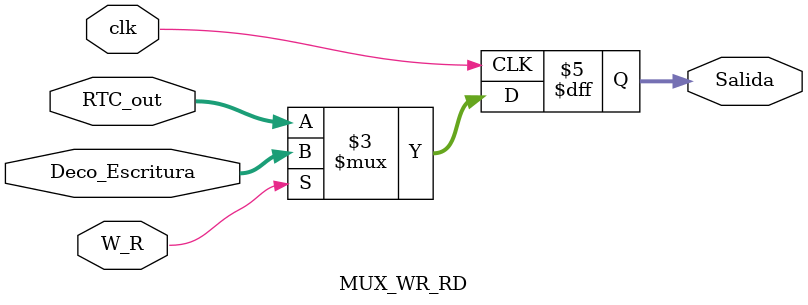
<source format=v>
`timescale 1ns / 1ps
module MUX_WR_RD (
    input [7:0] Deco_Escritura,
	 input [7:0] RTC_out,
	 input W_R,
	 input clk,
	 output reg [7:0] Salida
    );

   always @(posedge clk)
      if (W_R)
         Salida <= Deco_Escritura ;
      else
         Salida <= RTC_out;
endmodule

</source>
